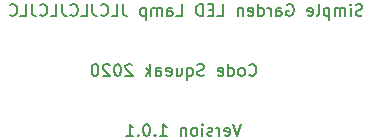
<source format=gbr>
G04 #@! TF.GenerationSoftware,KiCad,Pcbnew,(5.1.5)-3*
G04 #@! TF.CreationDate,2020-06-09T23:44:10+01:00*
G04 #@! TF.ProjectId,gardenlight,67617264-656e-46c6-9967-68742e6b6963,1.0.1*
G04 #@! TF.SameCoordinates,Original*
G04 #@! TF.FileFunction,Legend,Bot*
G04 #@! TF.FilePolarity,Positive*
%FSLAX46Y46*%
G04 Gerber Fmt 4.6, Leading zero omitted, Abs format (unit mm)*
G04 Created by KiCad (PCBNEW (5.1.5)-3) date 2020-06-09 23:44:10*
%MOMM*%
%LPD*%
G04 APERTURE LIST*
%ADD10C,0.150000*%
G04 APERTURE END LIST*
D10*
X124030761Y-90892380D02*
X123697428Y-91892380D01*
X123364095Y-90892380D01*
X122649809Y-91844761D02*
X122745047Y-91892380D01*
X122935523Y-91892380D01*
X123030761Y-91844761D01*
X123078380Y-91749523D01*
X123078380Y-91368571D01*
X123030761Y-91273333D01*
X122935523Y-91225714D01*
X122745047Y-91225714D01*
X122649809Y-91273333D01*
X122602190Y-91368571D01*
X122602190Y-91463809D01*
X123078380Y-91559047D01*
X122173619Y-91892380D02*
X122173619Y-91225714D01*
X122173619Y-91416190D02*
X122126000Y-91320952D01*
X122078380Y-91273333D01*
X121983142Y-91225714D01*
X121887904Y-91225714D01*
X121602190Y-91844761D02*
X121506952Y-91892380D01*
X121316476Y-91892380D01*
X121221238Y-91844761D01*
X121173619Y-91749523D01*
X121173619Y-91701904D01*
X121221238Y-91606666D01*
X121316476Y-91559047D01*
X121459333Y-91559047D01*
X121554571Y-91511428D01*
X121602190Y-91416190D01*
X121602190Y-91368571D01*
X121554571Y-91273333D01*
X121459333Y-91225714D01*
X121316476Y-91225714D01*
X121221238Y-91273333D01*
X120745047Y-91892380D02*
X120745047Y-91225714D01*
X120745047Y-90892380D02*
X120792666Y-90940000D01*
X120745047Y-90987619D01*
X120697428Y-90940000D01*
X120745047Y-90892380D01*
X120745047Y-90987619D01*
X120126000Y-91892380D02*
X120221238Y-91844761D01*
X120268857Y-91797142D01*
X120316476Y-91701904D01*
X120316476Y-91416190D01*
X120268857Y-91320952D01*
X120221238Y-91273333D01*
X120126000Y-91225714D01*
X119983142Y-91225714D01*
X119887904Y-91273333D01*
X119840285Y-91320952D01*
X119792666Y-91416190D01*
X119792666Y-91701904D01*
X119840285Y-91797142D01*
X119887904Y-91844761D01*
X119983142Y-91892380D01*
X120126000Y-91892380D01*
X119364095Y-91225714D02*
X119364095Y-91892380D01*
X119364095Y-91320952D02*
X119316476Y-91273333D01*
X119221238Y-91225714D01*
X119078380Y-91225714D01*
X118983142Y-91273333D01*
X118935523Y-91368571D01*
X118935523Y-91892380D01*
X117173619Y-91892380D02*
X117745047Y-91892380D01*
X117459333Y-91892380D02*
X117459333Y-90892380D01*
X117554571Y-91035238D01*
X117649809Y-91130476D01*
X117745047Y-91178095D01*
X116745047Y-91797142D02*
X116697428Y-91844761D01*
X116745047Y-91892380D01*
X116792666Y-91844761D01*
X116745047Y-91797142D01*
X116745047Y-91892380D01*
X116078380Y-90892380D02*
X115983142Y-90892380D01*
X115887904Y-90940000D01*
X115840285Y-90987619D01*
X115792666Y-91082857D01*
X115745047Y-91273333D01*
X115745047Y-91511428D01*
X115792666Y-91701904D01*
X115840285Y-91797142D01*
X115887904Y-91844761D01*
X115983142Y-91892380D01*
X116078380Y-91892380D01*
X116173619Y-91844761D01*
X116221238Y-91797142D01*
X116268857Y-91701904D01*
X116316476Y-91511428D01*
X116316476Y-91273333D01*
X116268857Y-91082857D01*
X116221238Y-90987619D01*
X116173619Y-90940000D01*
X116078380Y-90892380D01*
X115316476Y-91797142D02*
X115268857Y-91844761D01*
X115316476Y-91892380D01*
X115364095Y-91844761D01*
X115316476Y-91797142D01*
X115316476Y-91892380D01*
X114316476Y-91892380D02*
X114887904Y-91892380D01*
X114602190Y-91892380D02*
X114602190Y-90892380D01*
X114697428Y-91035238D01*
X114792666Y-91130476D01*
X114887904Y-91178095D01*
X124721142Y-86717142D02*
X124768761Y-86764761D01*
X124911619Y-86812380D01*
X125006857Y-86812380D01*
X125149714Y-86764761D01*
X125244952Y-86669523D01*
X125292571Y-86574285D01*
X125340190Y-86383809D01*
X125340190Y-86240952D01*
X125292571Y-86050476D01*
X125244952Y-85955238D01*
X125149714Y-85860000D01*
X125006857Y-85812380D01*
X124911619Y-85812380D01*
X124768761Y-85860000D01*
X124721142Y-85907619D01*
X124149714Y-86812380D02*
X124244952Y-86764761D01*
X124292571Y-86717142D01*
X124340190Y-86621904D01*
X124340190Y-86336190D01*
X124292571Y-86240952D01*
X124244952Y-86193333D01*
X124149714Y-86145714D01*
X124006857Y-86145714D01*
X123911619Y-86193333D01*
X123864000Y-86240952D01*
X123816380Y-86336190D01*
X123816380Y-86621904D01*
X123864000Y-86717142D01*
X123911619Y-86764761D01*
X124006857Y-86812380D01*
X124149714Y-86812380D01*
X122959238Y-86812380D02*
X122959238Y-85812380D01*
X122959238Y-86764761D02*
X123054476Y-86812380D01*
X123244952Y-86812380D01*
X123340190Y-86764761D01*
X123387809Y-86717142D01*
X123435428Y-86621904D01*
X123435428Y-86336190D01*
X123387809Y-86240952D01*
X123340190Y-86193333D01*
X123244952Y-86145714D01*
X123054476Y-86145714D01*
X122959238Y-86193333D01*
X122102095Y-86764761D02*
X122197333Y-86812380D01*
X122387809Y-86812380D01*
X122483047Y-86764761D01*
X122530666Y-86669523D01*
X122530666Y-86288571D01*
X122483047Y-86193333D01*
X122387809Y-86145714D01*
X122197333Y-86145714D01*
X122102095Y-86193333D01*
X122054476Y-86288571D01*
X122054476Y-86383809D01*
X122530666Y-86479047D01*
X120911619Y-86764761D02*
X120768761Y-86812380D01*
X120530666Y-86812380D01*
X120435428Y-86764761D01*
X120387809Y-86717142D01*
X120340190Y-86621904D01*
X120340190Y-86526666D01*
X120387809Y-86431428D01*
X120435428Y-86383809D01*
X120530666Y-86336190D01*
X120721142Y-86288571D01*
X120816380Y-86240952D01*
X120864000Y-86193333D01*
X120911619Y-86098095D01*
X120911619Y-86002857D01*
X120864000Y-85907619D01*
X120816380Y-85860000D01*
X120721142Y-85812380D01*
X120483047Y-85812380D01*
X120340190Y-85860000D01*
X119483047Y-86145714D02*
X119483047Y-87145714D01*
X119483047Y-86764761D02*
X119578285Y-86812380D01*
X119768761Y-86812380D01*
X119864000Y-86764761D01*
X119911619Y-86717142D01*
X119959238Y-86621904D01*
X119959238Y-86336190D01*
X119911619Y-86240952D01*
X119864000Y-86193333D01*
X119768761Y-86145714D01*
X119578285Y-86145714D01*
X119483047Y-86193333D01*
X118578285Y-86145714D02*
X118578285Y-86812380D01*
X119006857Y-86145714D02*
X119006857Y-86669523D01*
X118959238Y-86764761D01*
X118864000Y-86812380D01*
X118721142Y-86812380D01*
X118625904Y-86764761D01*
X118578285Y-86717142D01*
X117721142Y-86764761D02*
X117816380Y-86812380D01*
X118006857Y-86812380D01*
X118102095Y-86764761D01*
X118149714Y-86669523D01*
X118149714Y-86288571D01*
X118102095Y-86193333D01*
X118006857Y-86145714D01*
X117816380Y-86145714D01*
X117721142Y-86193333D01*
X117673523Y-86288571D01*
X117673523Y-86383809D01*
X118149714Y-86479047D01*
X116816380Y-86812380D02*
X116816380Y-86288571D01*
X116864000Y-86193333D01*
X116959238Y-86145714D01*
X117149714Y-86145714D01*
X117244952Y-86193333D01*
X116816380Y-86764761D02*
X116911619Y-86812380D01*
X117149714Y-86812380D01*
X117244952Y-86764761D01*
X117292571Y-86669523D01*
X117292571Y-86574285D01*
X117244952Y-86479047D01*
X117149714Y-86431428D01*
X116911619Y-86431428D01*
X116816380Y-86383809D01*
X116340190Y-86812380D02*
X116340190Y-85812380D01*
X116244952Y-86431428D02*
X115959238Y-86812380D01*
X115959238Y-86145714D02*
X116340190Y-86526666D01*
X114816380Y-85907619D02*
X114768761Y-85860000D01*
X114673523Y-85812380D01*
X114435428Y-85812380D01*
X114340190Y-85860000D01*
X114292571Y-85907619D01*
X114244952Y-86002857D01*
X114244952Y-86098095D01*
X114292571Y-86240952D01*
X114864000Y-86812380D01*
X114244952Y-86812380D01*
X113625904Y-85812380D02*
X113530666Y-85812380D01*
X113435428Y-85860000D01*
X113387809Y-85907619D01*
X113340190Y-86002857D01*
X113292571Y-86193333D01*
X113292571Y-86431428D01*
X113340190Y-86621904D01*
X113387809Y-86717142D01*
X113435428Y-86764761D01*
X113530666Y-86812380D01*
X113625904Y-86812380D01*
X113721142Y-86764761D01*
X113768761Y-86717142D01*
X113816380Y-86621904D01*
X113864000Y-86431428D01*
X113864000Y-86193333D01*
X113816380Y-86002857D01*
X113768761Y-85907619D01*
X113721142Y-85860000D01*
X113625904Y-85812380D01*
X112911619Y-85907619D02*
X112864000Y-85860000D01*
X112768761Y-85812380D01*
X112530666Y-85812380D01*
X112435428Y-85860000D01*
X112387809Y-85907619D01*
X112340190Y-86002857D01*
X112340190Y-86098095D01*
X112387809Y-86240952D01*
X112959238Y-86812380D01*
X112340190Y-86812380D01*
X111721142Y-85812380D02*
X111625904Y-85812380D01*
X111530666Y-85860000D01*
X111483047Y-85907619D01*
X111435428Y-86002857D01*
X111387809Y-86193333D01*
X111387809Y-86431428D01*
X111435428Y-86621904D01*
X111483047Y-86717142D01*
X111530666Y-86764761D01*
X111625904Y-86812380D01*
X111721142Y-86812380D01*
X111816380Y-86764761D01*
X111864000Y-86717142D01*
X111911619Y-86621904D01*
X111959238Y-86431428D01*
X111959238Y-86193333D01*
X111911619Y-86002857D01*
X111864000Y-85907619D01*
X111816380Y-85860000D01*
X111721142Y-85812380D01*
X134308571Y-81684761D02*
X134165714Y-81732380D01*
X133927619Y-81732380D01*
X133832380Y-81684761D01*
X133784761Y-81637142D01*
X133737142Y-81541904D01*
X133737142Y-81446666D01*
X133784761Y-81351428D01*
X133832380Y-81303809D01*
X133927619Y-81256190D01*
X134118095Y-81208571D01*
X134213333Y-81160952D01*
X134260952Y-81113333D01*
X134308571Y-81018095D01*
X134308571Y-80922857D01*
X134260952Y-80827619D01*
X134213333Y-80780000D01*
X134118095Y-80732380D01*
X133880000Y-80732380D01*
X133737142Y-80780000D01*
X133308571Y-81732380D02*
X133308571Y-81065714D01*
X133308571Y-80732380D02*
X133356190Y-80780000D01*
X133308571Y-80827619D01*
X133260952Y-80780000D01*
X133308571Y-80732380D01*
X133308571Y-80827619D01*
X132832380Y-81732380D02*
X132832380Y-81065714D01*
X132832380Y-81160952D02*
X132784761Y-81113333D01*
X132689523Y-81065714D01*
X132546666Y-81065714D01*
X132451428Y-81113333D01*
X132403809Y-81208571D01*
X132403809Y-81732380D01*
X132403809Y-81208571D02*
X132356190Y-81113333D01*
X132260952Y-81065714D01*
X132118095Y-81065714D01*
X132022857Y-81113333D01*
X131975238Y-81208571D01*
X131975238Y-81732380D01*
X131499047Y-81065714D02*
X131499047Y-82065714D01*
X131499047Y-81113333D02*
X131403809Y-81065714D01*
X131213333Y-81065714D01*
X131118095Y-81113333D01*
X131070476Y-81160952D01*
X131022857Y-81256190D01*
X131022857Y-81541904D01*
X131070476Y-81637142D01*
X131118095Y-81684761D01*
X131213333Y-81732380D01*
X131403809Y-81732380D01*
X131499047Y-81684761D01*
X130451428Y-81732380D02*
X130546666Y-81684761D01*
X130594285Y-81589523D01*
X130594285Y-80732380D01*
X129689523Y-81684761D02*
X129784761Y-81732380D01*
X129975238Y-81732380D01*
X130070476Y-81684761D01*
X130118095Y-81589523D01*
X130118095Y-81208571D01*
X130070476Y-81113333D01*
X129975238Y-81065714D01*
X129784761Y-81065714D01*
X129689523Y-81113333D01*
X129641904Y-81208571D01*
X129641904Y-81303809D01*
X130118095Y-81399047D01*
X127927619Y-80780000D02*
X128022857Y-80732380D01*
X128165714Y-80732380D01*
X128308571Y-80780000D01*
X128403809Y-80875238D01*
X128451428Y-80970476D01*
X128499047Y-81160952D01*
X128499047Y-81303809D01*
X128451428Y-81494285D01*
X128403809Y-81589523D01*
X128308571Y-81684761D01*
X128165714Y-81732380D01*
X128070476Y-81732380D01*
X127927619Y-81684761D01*
X127880000Y-81637142D01*
X127880000Y-81303809D01*
X128070476Y-81303809D01*
X127022857Y-81732380D02*
X127022857Y-81208571D01*
X127070476Y-81113333D01*
X127165714Y-81065714D01*
X127356190Y-81065714D01*
X127451428Y-81113333D01*
X127022857Y-81684761D02*
X127118095Y-81732380D01*
X127356190Y-81732380D01*
X127451428Y-81684761D01*
X127499047Y-81589523D01*
X127499047Y-81494285D01*
X127451428Y-81399047D01*
X127356190Y-81351428D01*
X127118095Y-81351428D01*
X127022857Y-81303809D01*
X126546666Y-81732380D02*
X126546666Y-81065714D01*
X126546666Y-81256190D02*
X126499047Y-81160952D01*
X126451428Y-81113333D01*
X126356190Y-81065714D01*
X126260952Y-81065714D01*
X125499047Y-81732380D02*
X125499047Y-80732380D01*
X125499047Y-81684761D02*
X125594285Y-81732380D01*
X125784761Y-81732380D01*
X125880000Y-81684761D01*
X125927619Y-81637142D01*
X125975238Y-81541904D01*
X125975238Y-81256190D01*
X125927619Y-81160952D01*
X125880000Y-81113333D01*
X125784761Y-81065714D01*
X125594285Y-81065714D01*
X125499047Y-81113333D01*
X124641904Y-81684761D02*
X124737142Y-81732380D01*
X124927619Y-81732380D01*
X125022857Y-81684761D01*
X125070476Y-81589523D01*
X125070476Y-81208571D01*
X125022857Y-81113333D01*
X124927619Y-81065714D01*
X124737142Y-81065714D01*
X124641904Y-81113333D01*
X124594285Y-81208571D01*
X124594285Y-81303809D01*
X125070476Y-81399047D01*
X124165714Y-81065714D02*
X124165714Y-81732380D01*
X124165714Y-81160952D02*
X124118095Y-81113333D01*
X124022857Y-81065714D01*
X123880000Y-81065714D01*
X123784761Y-81113333D01*
X123737142Y-81208571D01*
X123737142Y-81732380D01*
X122022857Y-81732380D02*
X122499047Y-81732380D01*
X122499047Y-80732380D01*
X121689523Y-81208571D02*
X121356190Y-81208571D01*
X121213333Y-81732380D02*
X121689523Y-81732380D01*
X121689523Y-80732380D01*
X121213333Y-80732380D01*
X120784761Y-81732380D02*
X120784761Y-80732380D01*
X120546666Y-80732380D01*
X120403809Y-80780000D01*
X120308571Y-80875238D01*
X120260952Y-80970476D01*
X120213333Y-81160952D01*
X120213333Y-81303809D01*
X120260952Y-81494285D01*
X120308571Y-81589523D01*
X120403809Y-81684761D01*
X120546666Y-81732380D01*
X120784761Y-81732380D01*
X118546666Y-81732380D02*
X119022857Y-81732380D01*
X119022857Y-80732380D01*
X117784761Y-81732380D02*
X117784761Y-81208571D01*
X117832380Y-81113333D01*
X117927619Y-81065714D01*
X118118095Y-81065714D01*
X118213333Y-81113333D01*
X117784761Y-81684761D02*
X117880000Y-81732380D01*
X118118095Y-81732380D01*
X118213333Y-81684761D01*
X118260952Y-81589523D01*
X118260952Y-81494285D01*
X118213333Y-81399047D01*
X118118095Y-81351428D01*
X117880000Y-81351428D01*
X117784761Y-81303809D01*
X117308571Y-81732380D02*
X117308571Y-81065714D01*
X117308571Y-81160952D02*
X117260952Y-81113333D01*
X117165714Y-81065714D01*
X117022857Y-81065714D01*
X116927619Y-81113333D01*
X116880000Y-81208571D01*
X116880000Y-81732380D01*
X116880000Y-81208571D02*
X116832380Y-81113333D01*
X116737142Y-81065714D01*
X116594285Y-81065714D01*
X116499047Y-81113333D01*
X116451428Y-81208571D01*
X116451428Y-81732380D01*
X115975238Y-81065714D02*
X115975238Y-82065714D01*
X115975238Y-81113333D02*
X115880000Y-81065714D01*
X115689523Y-81065714D01*
X115594285Y-81113333D01*
X115546666Y-81160952D01*
X115499047Y-81256190D01*
X115499047Y-81541904D01*
X115546666Y-81637142D01*
X115594285Y-81684761D01*
X115689523Y-81732380D01*
X115880000Y-81732380D01*
X115975238Y-81684761D01*
X114022857Y-80732380D02*
X114022857Y-81446666D01*
X114070476Y-81589523D01*
X114165714Y-81684761D01*
X114308571Y-81732380D01*
X114403809Y-81732380D01*
X113070476Y-81732380D02*
X113546666Y-81732380D01*
X113546666Y-80732380D01*
X112165714Y-81637142D02*
X112213333Y-81684761D01*
X112356190Y-81732380D01*
X112451428Y-81732380D01*
X112594285Y-81684761D01*
X112689523Y-81589523D01*
X112737142Y-81494285D01*
X112784761Y-81303809D01*
X112784761Y-81160952D01*
X112737142Y-80970476D01*
X112689523Y-80875238D01*
X112594285Y-80780000D01*
X112451428Y-80732380D01*
X112356190Y-80732380D01*
X112213333Y-80780000D01*
X112165714Y-80827619D01*
X111451428Y-80732380D02*
X111451428Y-81446666D01*
X111499047Y-81589523D01*
X111594285Y-81684761D01*
X111737142Y-81732380D01*
X111832380Y-81732380D01*
X110499047Y-81732380D02*
X110975238Y-81732380D01*
X110975238Y-80732380D01*
X109594285Y-81637142D02*
X109641904Y-81684761D01*
X109784761Y-81732380D01*
X109880000Y-81732380D01*
X110022857Y-81684761D01*
X110118095Y-81589523D01*
X110165714Y-81494285D01*
X110213333Y-81303809D01*
X110213333Y-81160952D01*
X110165714Y-80970476D01*
X110118095Y-80875238D01*
X110022857Y-80780000D01*
X109880000Y-80732380D01*
X109784761Y-80732380D01*
X109641904Y-80780000D01*
X109594285Y-80827619D01*
X108880000Y-80732380D02*
X108880000Y-81446666D01*
X108927619Y-81589523D01*
X109022857Y-81684761D01*
X109165714Y-81732380D01*
X109260952Y-81732380D01*
X107927619Y-81732380D02*
X108403809Y-81732380D01*
X108403809Y-80732380D01*
X107022857Y-81637142D02*
X107070476Y-81684761D01*
X107213333Y-81732380D01*
X107308571Y-81732380D01*
X107451428Y-81684761D01*
X107546666Y-81589523D01*
X107594285Y-81494285D01*
X107641904Y-81303809D01*
X107641904Y-81160952D01*
X107594285Y-80970476D01*
X107546666Y-80875238D01*
X107451428Y-80780000D01*
X107308571Y-80732380D01*
X107213333Y-80732380D01*
X107070476Y-80780000D01*
X107022857Y-80827619D01*
X106308571Y-80732380D02*
X106308571Y-81446666D01*
X106356190Y-81589523D01*
X106451428Y-81684761D01*
X106594285Y-81732380D01*
X106689523Y-81732380D01*
X105356190Y-81732380D02*
X105832380Y-81732380D01*
X105832380Y-80732380D01*
X104451428Y-81637142D02*
X104499047Y-81684761D01*
X104641904Y-81732380D01*
X104737142Y-81732380D01*
X104880000Y-81684761D01*
X104975238Y-81589523D01*
X105022857Y-81494285D01*
X105070476Y-81303809D01*
X105070476Y-81160952D01*
X105022857Y-80970476D01*
X104975238Y-80875238D01*
X104880000Y-80780000D01*
X104737142Y-80732380D01*
X104641904Y-80732380D01*
X104499047Y-80780000D01*
X104451428Y-80827619D01*
M02*

</source>
